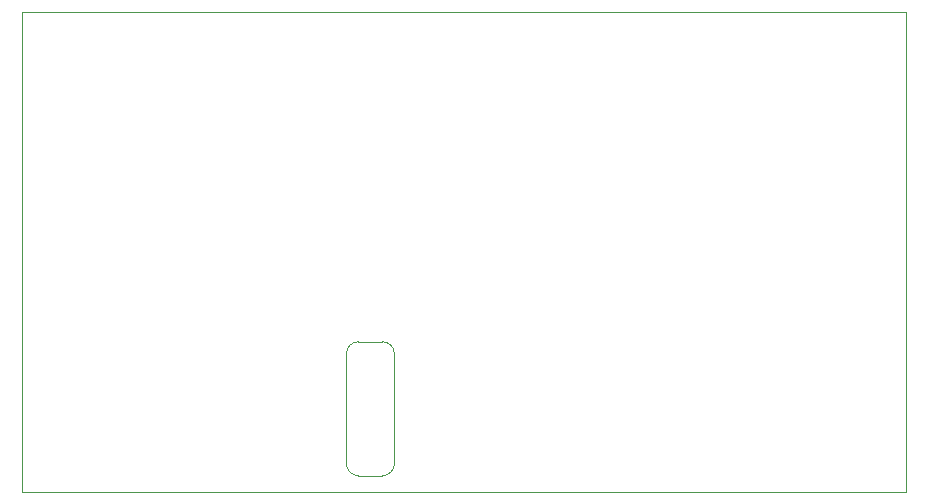
<source format=gbr>
G04 #@! TF.GenerationSoftware,KiCad,Pcbnew,5.1.5-52549c5~84~ubuntu18.04.1*
G04 #@! TF.CreationDate,2020-03-01T16:52:49-05:00*
G04 #@! TF.ProjectId,TSAL,5453414c-2e6b-4696-9361-645f70636258,rev?*
G04 #@! TF.SameCoordinates,Original*
G04 #@! TF.FileFunction,Profile,NP*
%FSLAX46Y46*%
G04 Gerber Fmt 4.6, Leading zero omitted, Abs format (unit mm)*
G04 Created by KiCad (PCBNEW 5.1.5-52549c5~84~ubuntu18.04.1) date 2020-03-01 16:52:49*
%MOMM*%
%LPD*%
G04 APERTURE LIST*
%ADD10C,0.050000*%
G04 APERTURE END LIST*
D10*
X138176000Y-124625000D02*
X138176000Y-115316000D01*
X137160000Y-114300000D02*
G75*
G02X138176000Y-115316000I0J-1016000D01*
G01*
X181500000Y-127000000D02*
X181500000Y-86360000D01*
X135128000Y-125642000D02*
X137160000Y-125642000D01*
X137160000Y-114300000D02*
X135128000Y-114300000D01*
X134112000Y-115316000D02*
G75*
G02X135128000Y-114300000I1016000J0D01*
G01*
X135128000Y-125642000D02*
G75*
G02X134112000Y-124626000I0J1016000D01*
G01*
X138176000Y-124626000D02*
G75*
G02X137160000Y-125642000I-1016000J0D01*
G01*
X134112000Y-124626000D02*
X134112000Y-115316000D01*
X181500000Y-86360000D02*
X106680000Y-86360000D01*
X106680000Y-127000000D02*
X106680000Y-86360000D01*
X181500000Y-127000000D02*
X106680000Y-127000000D01*
M02*

</source>
